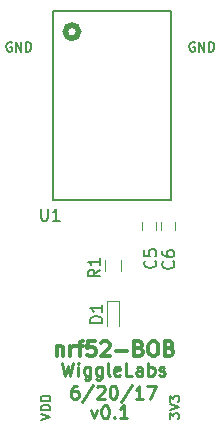
<source format=gbr>
G04 #@! TF.FileFunction,Legend,Top*
%FSLAX46Y46*%
G04 Gerber Fmt 4.6, Leading zero omitted, Abs format (unit mm)*
G04 Created by KiCad (PCBNEW 4.0.4-stable) date 06/20/17 22:04:30*
%MOMM*%
%LPD*%
G01*
G04 APERTURE LIST*
%ADD10C,0.100000*%
%ADD11C,0.230000*%
%ADD12C,0.150000*%
%ADD13C,0.300000*%
%ADD14C,0.120000*%
%ADD15C,0.500000*%
G04 APERTURE END LIST*
D10*
D11*
X32909072Y-48087786D02*
X33170977Y-48821119D01*
X33432881Y-48087786D01*
X34061453Y-47721119D02*
X34166214Y-47721119D01*
X34270976Y-47773500D01*
X34323357Y-47825881D01*
X34375738Y-47930643D01*
X34428119Y-48140167D01*
X34428119Y-48402071D01*
X34375738Y-48611595D01*
X34323357Y-48716357D01*
X34270976Y-48768738D01*
X34166214Y-48821119D01*
X34061453Y-48821119D01*
X33956691Y-48768738D01*
X33904310Y-48716357D01*
X33851929Y-48611595D01*
X33799548Y-48402071D01*
X33799548Y-48140167D01*
X33851929Y-47930643D01*
X33904310Y-47825881D01*
X33956691Y-47773500D01*
X34061453Y-47721119D01*
X34899548Y-48716357D02*
X34951929Y-48768738D01*
X34899548Y-48821119D01*
X34847167Y-48768738D01*
X34899548Y-48716357D01*
X34899548Y-48821119D01*
X35999548Y-48821119D02*
X35370977Y-48821119D01*
X35685263Y-48821119D02*
X35685263Y-47721119D01*
X35580501Y-47878262D01*
X35475739Y-47983024D01*
X35370977Y-48035405D01*
X31759905Y-46070119D02*
X31550382Y-46070119D01*
X31445620Y-46122500D01*
X31393239Y-46174881D01*
X31288477Y-46332024D01*
X31236096Y-46541548D01*
X31236096Y-46960595D01*
X31288477Y-47065357D01*
X31340858Y-47117738D01*
X31445620Y-47170119D01*
X31655143Y-47170119D01*
X31759905Y-47117738D01*
X31812286Y-47065357D01*
X31864667Y-46960595D01*
X31864667Y-46698690D01*
X31812286Y-46593929D01*
X31759905Y-46541548D01*
X31655143Y-46489167D01*
X31445620Y-46489167D01*
X31340858Y-46541548D01*
X31288477Y-46593929D01*
X31236096Y-46698690D01*
X33121810Y-46017738D02*
X32178953Y-47432024D01*
X33436096Y-46174881D02*
X33488477Y-46122500D01*
X33593239Y-46070119D01*
X33855143Y-46070119D01*
X33959905Y-46122500D01*
X34012286Y-46174881D01*
X34064667Y-46279643D01*
X34064667Y-46384405D01*
X34012286Y-46541548D01*
X33383715Y-47170119D01*
X34064667Y-47170119D01*
X34745620Y-46070119D02*
X34850381Y-46070119D01*
X34955143Y-46122500D01*
X35007524Y-46174881D01*
X35059905Y-46279643D01*
X35112286Y-46489167D01*
X35112286Y-46751071D01*
X35059905Y-46960595D01*
X35007524Y-47065357D01*
X34955143Y-47117738D01*
X34850381Y-47170119D01*
X34745620Y-47170119D01*
X34640858Y-47117738D01*
X34588477Y-47065357D01*
X34536096Y-46960595D01*
X34483715Y-46751071D01*
X34483715Y-46489167D01*
X34536096Y-46279643D01*
X34588477Y-46174881D01*
X34640858Y-46122500D01*
X34745620Y-46070119D01*
X36369429Y-46017738D02*
X35426572Y-47432024D01*
X37312286Y-47170119D02*
X36683715Y-47170119D01*
X36998001Y-47170119D02*
X36998001Y-46070119D01*
X36893239Y-46227262D01*
X36788477Y-46332024D01*
X36683715Y-46384405D01*
X37678953Y-46070119D02*
X38412286Y-46070119D01*
X37940858Y-47170119D01*
D12*
X28644905Y-48945667D02*
X29444905Y-48679000D01*
X28644905Y-48412333D01*
X29444905Y-48145667D02*
X28644905Y-48145667D01*
X28644905Y-47955191D01*
X28683000Y-47840905D01*
X28759190Y-47764714D01*
X28835381Y-47726619D01*
X28987762Y-47688524D01*
X29102048Y-47688524D01*
X29254429Y-47726619D01*
X29330619Y-47764714D01*
X29406810Y-47840905D01*
X29444905Y-47955191D01*
X29444905Y-48145667D01*
X29444905Y-47345667D02*
X28644905Y-47345667D01*
X28644905Y-47155191D01*
X28683000Y-47040905D01*
X28759190Y-46964714D01*
X28835381Y-46926619D01*
X28987762Y-46888524D01*
X29102048Y-46888524D01*
X29254429Y-46926619D01*
X29330619Y-46964714D01*
X29406810Y-47040905D01*
X29444905Y-47155191D01*
X29444905Y-47345667D01*
X39566905Y-48869476D02*
X39566905Y-48374238D01*
X39871667Y-48640905D01*
X39871667Y-48526619D01*
X39909762Y-48450429D01*
X39947857Y-48412333D01*
X40024048Y-48374238D01*
X40214524Y-48374238D01*
X40290714Y-48412333D01*
X40328810Y-48450429D01*
X40366905Y-48526619D01*
X40366905Y-48755191D01*
X40328810Y-48831381D01*
X40290714Y-48869476D01*
X39566905Y-48145667D02*
X40366905Y-47879000D01*
X39566905Y-47612333D01*
X39566905Y-47421857D02*
X39566905Y-46926619D01*
X39871667Y-47193286D01*
X39871667Y-47079000D01*
X39909762Y-47002810D01*
X39947857Y-46964714D01*
X40024048Y-46926619D01*
X40214524Y-46926619D01*
X40290714Y-46964714D01*
X40328810Y-47002810D01*
X40366905Y-47079000D01*
X40366905Y-47307572D01*
X40328810Y-47383762D01*
X40290714Y-47421857D01*
X41681477Y-16999000D02*
X41605286Y-16960905D01*
X41491001Y-16960905D01*
X41376715Y-16999000D01*
X41300524Y-17075190D01*
X41262429Y-17151381D01*
X41224334Y-17303762D01*
X41224334Y-17418048D01*
X41262429Y-17570429D01*
X41300524Y-17646619D01*
X41376715Y-17722810D01*
X41491001Y-17760905D01*
X41567191Y-17760905D01*
X41681477Y-17722810D01*
X41719572Y-17684714D01*
X41719572Y-17418048D01*
X41567191Y-17418048D01*
X42062429Y-17760905D02*
X42062429Y-16960905D01*
X42519572Y-17760905D01*
X42519572Y-16960905D01*
X42900524Y-17760905D02*
X42900524Y-16960905D01*
X43091000Y-16960905D01*
X43205286Y-16999000D01*
X43281477Y-17075190D01*
X43319572Y-17151381D01*
X43357667Y-17303762D01*
X43357667Y-17418048D01*
X43319572Y-17570429D01*
X43281477Y-17646619D01*
X43205286Y-17722810D01*
X43091000Y-17760905D01*
X42900524Y-17760905D01*
X26187477Y-16999000D02*
X26111286Y-16960905D01*
X25997001Y-16960905D01*
X25882715Y-16999000D01*
X25806524Y-17075190D01*
X25768429Y-17151381D01*
X25730334Y-17303762D01*
X25730334Y-17418048D01*
X25768429Y-17570429D01*
X25806524Y-17646619D01*
X25882715Y-17722810D01*
X25997001Y-17760905D01*
X26073191Y-17760905D01*
X26187477Y-17722810D01*
X26225572Y-17684714D01*
X26225572Y-17418048D01*
X26073191Y-17418048D01*
X26568429Y-17760905D02*
X26568429Y-16960905D01*
X27025572Y-17760905D01*
X27025572Y-16960905D01*
X27406524Y-17760905D02*
X27406524Y-16960905D01*
X27597000Y-16960905D01*
X27711286Y-16999000D01*
X27787477Y-17075190D01*
X27825572Y-17151381D01*
X27863667Y-17303762D01*
X27863667Y-17418048D01*
X27825572Y-17570429D01*
X27787477Y-17646619D01*
X27711286Y-17722810D01*
X27597000Y-17760905D01*
X27406524Y-17760905D01*
D11*
X30487691Y-44101619D02*
X30749596Y-45201619D01*
X30959119Y-44415905D01*
X31168643Y-45201619D01*
X31430548Y-44101619D01*
X31849596Y-45201619D02*
X31849596Y-44468286D01*
X31849596Y-44101619D02*
X31797215Y-44154000D01*
X31849596Y-44206381D01*
X31901977Y-44154000D01*
X31849596Y-44101619D01*
X31849596Y-44206381D01*
X32844834Y-44468286D02*
X32844834Y-45358762D01*
X32792453Y-45463524D01*
X32740072Y-45515905D01*
X32635311Y-45568286D01*
X32478168Y-45568286D01*
X32373406Y-45515905D01*
X32844834Y-45149238D02*
X32740072Y-45201619D01*
X32530549Y-45201619D01*
X32425787Y-45149238D01*
X32373406Y-45096857D01*
X32321025Y-44992095D01*
X32321025Y-44677810D01*
X32373406Y-44573048D01*
X32425787Y-44520667D01*
X32530549Y-44468286D01*
X32740072Y-44468286D01*
X32844834Y-44520667D01*
X33840072Y-44468286D02*
X33840072Y-45358762D01*
X33787691Y-45463524D01*
X33735310Y-45515905D01*
X33630549Y-45568286D01*
X33473406Y-45568286D01*
X33368644Y-45515905D01*
X33840072Y-45149238D02*
X33735310Y-45201619D01*
X33525787Y-45201619D01*
X33421025Y-45149238D01*
X33368644Y-45096857D01*
X33316263Y-44992095D01*
X33316263Y-44677810D01*
X33368644Y-44573048D01*
X33421025Y-44520667D01*
X33525787Y-44468286D01*
X33735310Y-44468286D01*
X33840072Y-44520667D01*
X34521025Y-45201619D02*
X34416263Y-45149238D01*
X34363882Y-45044476D01*
X34363882Y-44101619D01*
X35359119Y-45149238D02*
X35254357Y-45201619D01*
X35044834Y-45201619D01*
X34940072Y-45149238D01*
X34887691Y-45044476D01*
X34887691Y-44625429D01*
X34940072Y-44520667D01*
X35044834Y-44468286D01*
X35254357Y-44468286D01*
X35359119Y-44520667D01*
X35411500Y-44625429D01*
X35411500Y-44730190D01*
X34887691Y-44834952D01*
X36406738Y-45201619D02*
X35882929Y-45201619D01*
X35882929Y-44101619D01*
X37244833Y-45201619D02*
X37244833Y-44625429D01*
X37192452Y-44520667D01*
X37087690Y-44468286D01*
X36878167Y-44468286D01*
X36773405Y-44520667D01*
X37244833Y-45149238D02*
X37140071Y-45201619D01*
X36878167Y-45201619D01*
X36773405Y-45149238D01*
X36721024Y-45044476D01*
X36721024Y-44939714D01*
X36773405Y-44834952D01*
X36878167Y-44782571D01*
X37140071Y-44782571D01*
X37244833Y-44730190D01*
X37768643Y-45201619D02*
X37768643Y-44101619D01*
X37768643Y-44520667D02*
X37873405Y-44468286D01*
X38082928Y-44468286D01*
X38187690Y-44520667D01*
X38240071Y-44573048D01*
X38292452Y-44677810D01*
X38292452Y-44992095D01*
X38240071Y-45096857D01*
X38187690Y-45149238D01*
X38082928Y-45201619D01*
X37873405Y-45201619D01*
X37768643Y-45149238D01*
X38711500Y-45149238D02*
X38816262Y-45201619D01*
X39025786Y-45201619D01*
X39130547Y-45149238D01*
X39182928Y-45044476D01*
X39182928Y-44992095D01*
X39130547Y-44887333D01*
X39025786Y-44834952D01*
X38868643Y-44834952D01*
X38763881Y-44782571D01*
X38711500Y-44677810D01*
X38711500Y-44625429D01*
X38763881Y-44520667D01*
X38868643Y-44468286D01*
X39025786Y-44468286D01*
X39130547Y-44520667D01*
D13*
X30044048Y-42721643D02*
X30044048Y-43554976D01*
X30044048Y-42840690D02*
X30103572Y-42781167D01*
X30222619Y-42721643D01*
X30401191Y-42721643D01*
X30520239Y-42781167D01*
X30579762Y-42900214D01*
X30579762Y-43554976D01*
X31175000Y-43554976D02*
X31175000Y-42721643D01*
X31175000Y-42959738D02*
X31234524Y-42840690D01*
X31294048Y-42781167D01*
X31413095Y-42721643D01*
X31532143Y-42721643D01*
X31770239Y-42721643D02*
X32246429Y-42721643D01*
X31948810Y-43554976D02*
X31948810Y-42483548D01*
X32008334Y-42364500D01*
X32127381Y-42304976D01*
X32246429Y-42304976D01*
X33258334Y-42304976D02*
X32663096Y-42304976D01*
X32603572Y-42900214D01*
X32663096Y-42840690D01*
X32782144Y-42781167D01*
X33079763Y-42781167D01*
X33198810Y-42840690D01*
X33258334Y-42900214D01*
X33317858Y-43019262D01*
X33317858Y-43316881D01*
X33258334Y-43435929D01*
X33198810Y-43495452D01*
X33079763Y-43554976D01*
X32782144Y-43554976D01*
X32663096Y-43495452D01*
X32603572Y-43435929D01*
X33794048Y-42424024D02*
X33853572Y-42364500D01*
X33972620Y-42304976D01*
X34270239Y-42304976D01*
X34389286Y-42364500D01*
X34448810Y-42424024D01*
X34508334Y-42543071D01*
X34508334Y-42662119D01*
X34448810Y-42840690D01*
X33734524Y-43554976D01*
X34508334Y-43554976D01*
X35044048Y-43078786D02*
X35996429Y-43078786D01*
X37008334Y-42900214D02*
X37186905Y-42959738D01*
X37246429Y-43019262D01*
X37305953Y-43138310D01*
X37305953Y-43316881D01*
X37246429Y-43435929D01*
X37186905Y-43495452D01*
X37067858Y-43554976D01*
X36591667Y-43554976D01*
X36591667Y-42304976D01*
X37008334Y-42304976D01*
X37127381Y-42364500D01*
X37186905Y-42424024D01*
X37246429Y-42543071D01*
X37246429Y-42662119D01*
X37186905Y-42781167D01*
X37127381Y-42840690D01*
X37008334Y-42900214D01*
X36591667Y-42900214D01*
X38079762Y-42304976D02*
X38317858Y-42304976D01*
X38436905Y-42364500D01*
X38555953Y-42483548D01*
X38615477Y-42721643D01*
X38615477Y-43138310D01*
X38555953Y-43376405D01*
X38436905Y-43495452D01*
X38317858Y-43554976D01*
X38079762Y-43554976D01*
X37960715Y-43495452D01*
X37841667Y-43376405D01*
X37782143Y-43138310D01*
X37782143Y-42721643D01*
X37841667Y-42483548D01*
X37960715Y-42364500D01*
X38079762Y-42304976D01*
X39567858Y-42900214D02*
X39746429Y-42959738D01*
X39805953Y-43019262D01*
X39865477Y-43138310D01*
X39865477Y-43316881D01*
X39805953Y-43435929D01*
X39746429Y-43495452D01*
X39627382Y-43554976D01*
X39151191Y-43554976D01*
X39151191Y-42304976D01*
X39567858Y-42304976D01*
X39686905Y-42364500D01*
X39746429Y-42424024D01*
X39805953Y-42543071D01*
X39805953Y-42662119D01*
X39746429Y-42781167D01*
X39686905Y-42840690D01*
X39567858Y-42900214D01*
X39151191Y-42900214D01*
D14*
X37246000Y-32862000D02*
X37246000Y-32162000D01*
X38446000Y-32162000D02*
X38446000Y-32862000D01*
X38833500Y-32862000D02*
X38833500Y-32162000D01*
X40033500Y-32162000D02*
X40033500Y-32862000D01*
X35298000Y-38895500D02*
X34298000Y-38895500D01*
X34298000Y-38895500D02*
X34298000Y-40995500D01*
X35298000Y-38895500D02*
X35298000Y-40995500D01*
X34118000Y-36377500D02*
X34118000Y-35377500D01*
X35478000Y-35377500D02*
X35478000Y-36377500D01*
D12*
X39706500Y-30330200D02*
X39706500Y-14330200D01*
X39706500Y-14330200D02*
X29706500Y-14330200D01*
X29706500Y-30330200D02*
X39706500Y-30330200D01*
X29706500Y-14330200D02*
X29706500Y-30330200D01*
D15*
X31870861Y-16081800D02*
G75*
G03X31870861Y-16081800I-567961J0D01*
G01*
D12*
X38330143Y-35472666D02*
X38377762Y-35520285D01*
X38425381Y-35663142D01*
X38425381Y-35758380D01*
X38377762Y-35901238D01*
X38282524Y-35996476D01*
X38187286Y-36044095D01*
X37996810Y-36091714D01*
X37853952Y-36091714D01*
X37663476Y-36044095D01*
X37568238Y-35996476D01*
X37473000Y-35901238D01*
X37425381Y-35758380D01*
X37425381Y-35663142D01*
X37473000Y-35520285D01*
X37520619Y-35472666D01*
X37425381Y-34567904D02*
X37425381Y-35044095D01*
X37901571Y-35091714D01*
X37853952Y-35044095D01*
X37806333Y-34948857D01*
X37806333Y-34710761D01*
X37853952Y-34615523D01*
X37901571Y-34567904D01*
X37996810Y-34520285D01*
X38234905Y-34520285D01*
X38330143Y-34567904D01*
X38377762Y-34615523D01*
X38425381Y-34710761D01*
X38425381Y-34948857D01*
X38377762Y-35044095D01*
X38330143Y-35091714D01*
X39854143Y-35536166D02*
X39901762Y-35583785D01*
X39949381Y-35726642D01*
X39949381Y-35821880D01*
X39901762Y-35964738D01*
X39806524Y-36059976D01*
X39711286Y-36107595D01*
X39520810Y-36155214D01*
X39377952Y-36155214D01*
X39187476Y-36107595D01*
X39092238Y-36059976D01*
X38997000Y-35964738D01*
X38949381Y-35821880D01*
X38949381Y-35726642D01*
X38997000Y-35583785D01*
X39044619Y-35536166D01*
X38949381Y-34679023D02*
X38949381Y-34869500D01*
X38997000Y-34964738D01*
X39044619Y-35012357D01*
X39187476Y-35107595D01*
X39377952Y-35155214D01*
X39758905Y-35155214D01*
X39854143Y-35107595D01*
X39901762Y-35059976D01*
X39949381Y-34964738D01*
X39949381Y-34774261D01*
X39901762Y-34679023D01*
X39854143Y-34631404D01*
X39758905Y-34583785D01*
X39520810Y-34583785D01*
X39425571Y-34631404D01*
X39377952Y-34679023D01*
X39330333Y-34774261D01*
X39330333Y-34964738D01*
X39377952Y-35059976D01*
X39425571Y-35107595D01*
X39520810Y-35155214D01*
X33853381Y-40743095D02*
X32853381Y-40743095D01*
X32853381Y-40505000D01*
X32901000Y-40362142D01*
X32996238Y-40266904D01*
X33091476Y-40219285D01*
X33281952Y-40171666D01*
X33424810Y-40171666D01*
X33615286Y-40219285D01*
X33710524Y-40266904D01*
X33805762Y-40362142D01*
X33853381Y-40505000D01*
X33853381Y-40743095D01*
X33853381Y-39219285D02*
X33853381Y-39790714D01*
X33853381Y-39505000D02*
X32853381Y-39505000D01*
X32996238Y-39600238D01*
X33091476Y-39695476D01*
X33139095Y-39790714D01*
X33662881Y-36234666D02*
X33186690Y-36568000D01*
X33662881Y-36806095D02*
X32662881Y-36806095D01*
X32662881Y-36425142D01*
X32710500Y-36329904D01*
X32758119Y-36282285D01*
X32853357Y-36234666D01*
X32996214Y-36234666D01*
X33091452Y-36282285D01*
X33139071Y-36329904D01*
X33186690Y-36425142D01*
X33186690Y-36806095D01*
X33662881Y-35282285D02*
X33662881Y-35853714D01*
X33662881Y-35568000D02*
X32662881Y-35568000D01*
X32805738Y-35663238D01*
X32900976Y-35758476D01*
X32948595Y-35853714D01*
X28702095Y-31075381D02*
X28702095Y-31884905D01*
X28749714Y-31980143D01*
X28797333Y-32027762D01*
X28892571Y-32075381D01*
X29083048Y-32075381D01*
X29178286Y-32027762D01*
X29225905Y-31980143D01*
X29273524Y-31884905D01*
X29273524Y-31075381D01*
X30273524Y-32075381D02*
X29702095Y-32075381D01*
X29987809Y-32075381D02*
X29987809Y-31075381D01*
X29892571Y-31218238D01*
X29797333Y-31313476D01*
X29702095Y-31361095D01*
M02*

</source>
